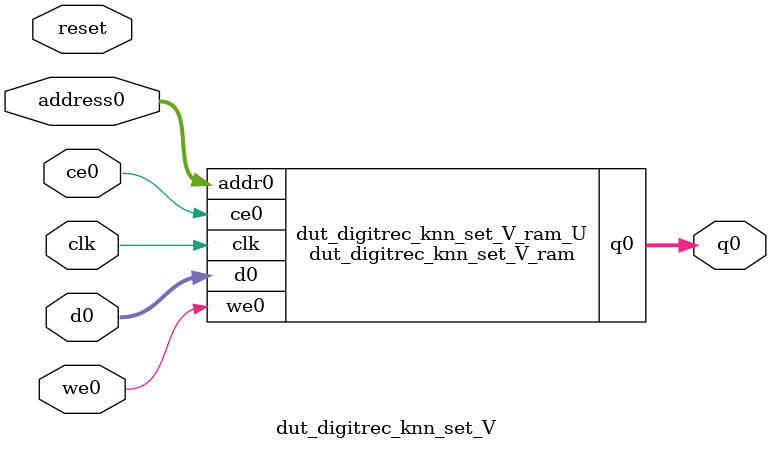
<source format=v>

`timescale 1 ns / 1 ps
module dut_digitrec_knn_set_V_ram (addr0, ce0, d0, we0, q0,  clk);

parameter DWIDTH = 6;
parameter AWIDTH = 5;
parameter MEM_SIZE = 30;

input[AWIDTH-1:0] addr0;
input ce0;
input[DWIDTH-1:0] d0;
input we0;
output reg[DWIDTH-1:0] q0;
input clk;

(* ram_style = "distributed" *)reg [DWIDTH-1:0] ram[MEM_SIZE-1:0];




always @(posedge clk)  
begin 
    if (ce0) 
    begin
        if (we0) 
        begin 
            ram[addr0] <= d0; 
            q0 <= d0;
        end 
        else 
            q0 <= ram[addr0];
    end
end


endmodule


`timescale 1 ns / 1 ps
module dut_digitrec_knn_set_V(
    reset,
    clk,
    address0,
    ce0,
    we0,
    d0,
    q0);

parameter DataWidth = 32'd6;
parameter AddressRange = 32'd30;
parameter AddressWidth = 32'd5;
input reset;
input clk;
input[AddressWidth - 1:0] address0;
input ce0;
input we0;
input[DataWidth - 1:0] d0;
output[DataWidth - 1:0] q0;



dut_digitrec_knn_set_V_ram dut_digitrec_knn_set_V_ram_U(
    .clk( clk ),
    .addr0( address0 ),
    .ce0( ce0 ),
    .d0( d0 ),
    .we0( we0 ),
    .q0( q0 ));

endmodule


</source>
